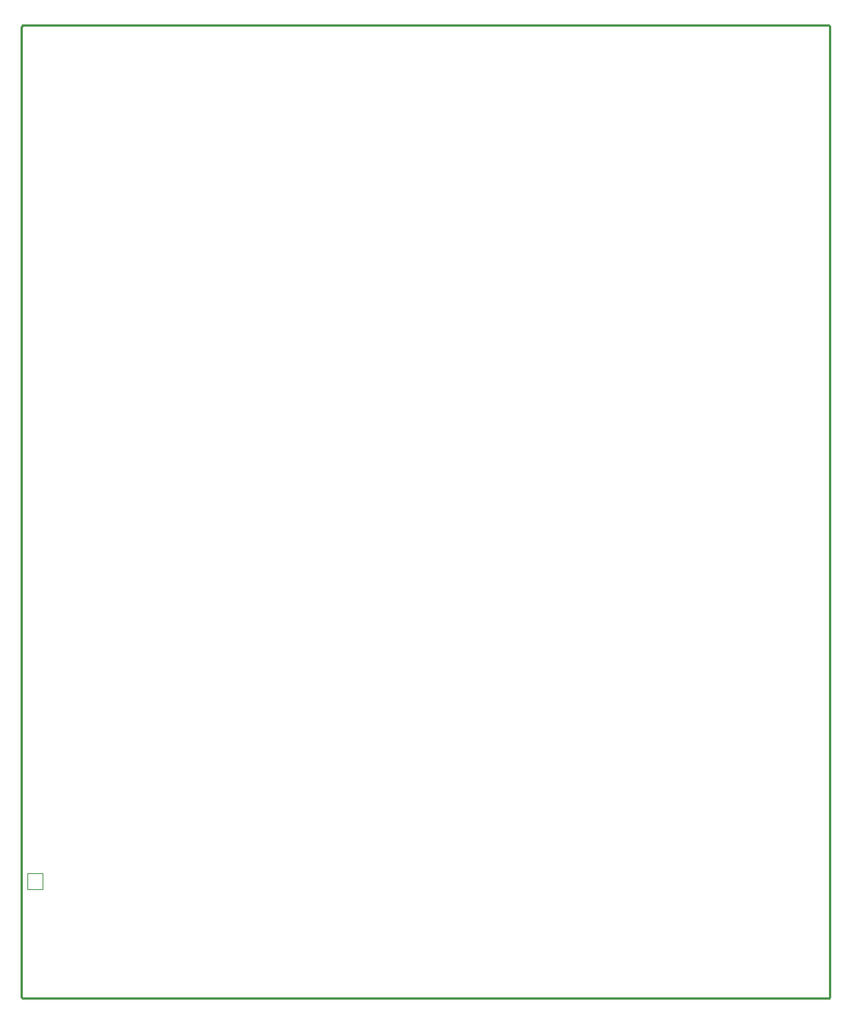
<source format=gm1>
G04*
G04 #@! TF.GenerationSoftware,Altium Limited,Altium Designer,22.9.1 (49)*
G04*
G04 Layer_Color=16711935*
%FSLAX44Y44*%
%MOMM*%
G71*
G04*
G04 #@! TF.SameCoordinates,3AF70149-3D4E-492E-B143-9ECFE05FD8F5*
G04*
G04*
G04 #@! TF.FilePolarity,Positive*
G04*
G01*
G75*
%ADD17C,0.2540*%
%ADD91C,0.0010*%
D17*
X-744Y1080262D02*
X744Y1081750D01*
Y-744D02*
X898012D01*
X899500Y744D02*
Y1080262D01*
X898012Y1081750D02*
X899500Y1080262D01*
X-744Y744D02*
Y1080262D01*
X898012Y-744D02*
X899500Y744D01*
X744Y1081750D02*
X898012D01*
X-744Y744D02*
X744Y-744D01*
D91*
X23000Y120500D02*
Y138500D01*
X6000D02*
X23000D01*
X6000Y120500D02*
Y138500D01*
Y120500D02*
X23000D01*
M02*

</source>
